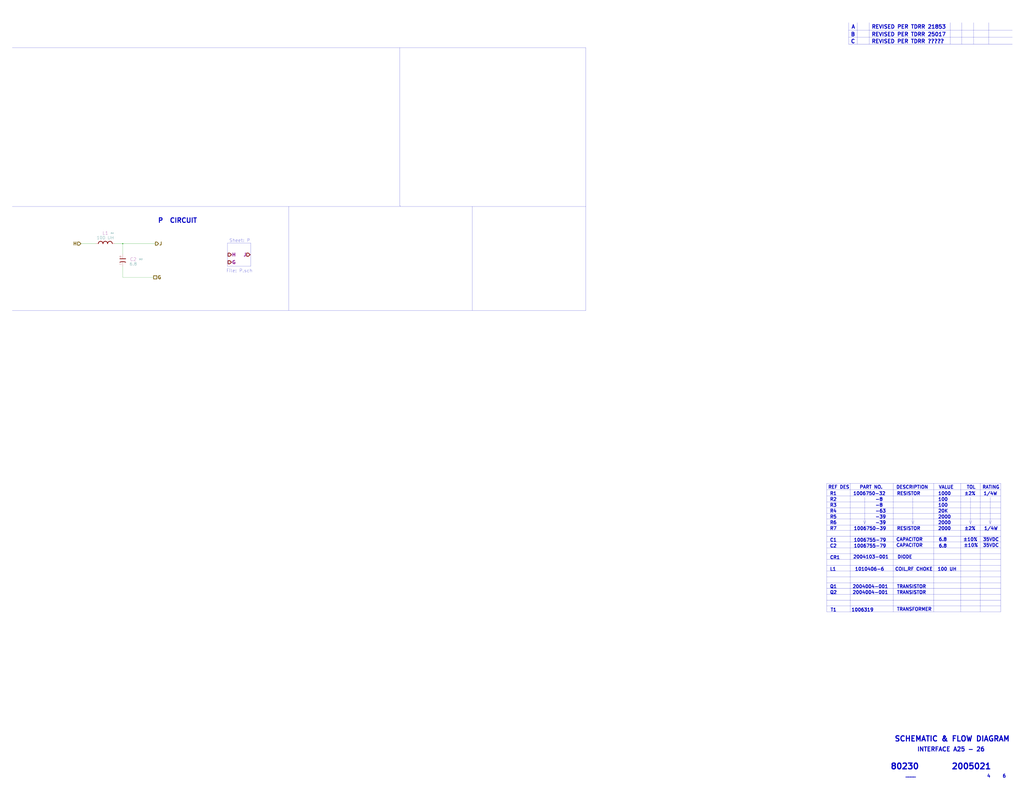
<source format=kicad_sch>
(kicad_sch (version 20211123) (generator eeschema)
  (paper "E")
  (lib_symbols
    (symbol "AGC_DSKY:Capacitor-Polarized" (pin_numbers hide) (pin_names (offset 0) hide)
      (property "Reference" "C" (at 4.445 5.08 0))
      (symbol "Capacitor-Polarized_0_0"
        (text "+" (at -2.54 4.445 0) (effects (font (size 3.556 3.556))))
        (text "-" (at -2.54 -3.81 0) (effects (font (size 3.556 3.556))))
      )
      (symbol "Capacitor-Polarized_0_1"
        (polyline (pts (xy -3.175 1.905) (xy 3.175 1.905)) (stroke (width 0.762)))
        (arc (start 3.175 -1.905) (mid 0 -1.2173) (end -3.175 -1.905) (stroke (width 0.762)))
      )
      (symbol "Capacitor-Polarized_1_1"
        (pin passive line (at 0 6.985 270) (length 5.08) (name "1") (number "1"))
        (pin passive line (at 0 -6.35 90) (length 5.08) (name "2") (number "2"))
      )
    )
    (symbol "AGC_DSKY:HierBody" (pin_numbers hide) (pin_names (offset 0) hide)
      (symbol "HierBody_0_1"
        (polyline (pts (xy 1.905 0) (xy -0.127 -1.778) (xy -1.905 -1.778) (xy -1.905 1.778) (xy -0.127 1.778) (xy 1.905 0)) (stroke (width 0.762)))
      )
    )
    (symbol "AGC_DSKY:Inductor" (pin_numbers hide) (pin_names (offset 0) hide)
      (property "Reference" "L" (at -1.27 5.08 0))
      (symbol "Inductor_0_1"
        (arc (start -2.54 0) (mid -5.08 2.54) (end -7.62 0) (stroke (width 0.762)))
        (arc (start 2.54 0) (mid 0 2.54) (end -2.54 0) (stroke (width 0.762)))
        (arc (start 7.62 0) (mid 5.08 2.54) (end 2.54 0) (stroke (width 0.762)))
      )
      (symbol "Inductor_1_1"
        (pin passive line (at -10.16 0 0) (length 2.54) (name "1") (number "1"))
        (pin passive line (at 10.16 0 180) (length 2.54) (name "2") (number "2"))
      )
    )
  )
  (junction (at 133.985 266.065))
  (polyline (pts (xy 902.3604 554.482) (xy 1092.2254 554.482)) (stroke (width 0) (type solid)))
  (polyline (pts (xy 902.3604 573.532) (xy 1092.2254 573.532)) (stroke (width 0) (type solid)))
  (polyline (pts (xy 902.3604 591.947) (xy 1092.2254 591.947)) (stroke (width 0) (type solid)))
  (polyline (pts (xy 902.3604 566.547) (xy 1092.2254 566.547)) (stroke (width 0) (type solid)))
  (polyline (pts (xy 1049.8074 48.2346) (xy 1049.8074 24.7396)) (stroke (width 0.1524) (type solid)))
  (polyline (pts (xy 1019.2004 527.812) (xy 1019.2004 668.147)) (stroke (width 0) (type solid)))
  (polyline (pts (xy 943.6354 543.052) (xy 943.6354 572.262)) (stroke (width 0) (type solid)))
  (polyline (pts (xy 248.285 265.43) (xy 248.285 290.83)) (stroke (width 0) (type solid)))
  (polyline (pts (xy 436.88 224.79) (xy 436.88 225.425)))
  (polyline (pts (xy 13.335 225.425) (xy 639.445 225.425)) (stroke (width 0) (type solid)))
  (wire (pts (xy 133.985 277.495) (xy 133.985 266.065)))
  (polyline (pts (xy 1104.9 48.26) (xy 926.084 48.26)) (stroke (width 0.1524) (type solid)))
  (polyline (pts (xy 1080.7954 572.262) (xy 1079.5254 568.452)) (stroke (width 0) (type solid)))
  (polyline (pts (xy 902.3604 527.812) (xy 1092.2254 527.812)) (stroke (width 0) (type solid)))
  (polyline (pts (xy 1080.7954 543.052) (xy 1080.7954 572.262)) (stroke (width 0) (type solid)))
  (polyline (pts (xy 436.245 52.07) (xy 436.245 224.79)) (stroke (width 0) (type solid)))
  (wire (pts (xy 133.985 266.065) (xy 169.545 266.065)))
  (polyline (pts (xy 902.3604 668.147) (xy 1092.2254 668.147)) (stroke (width 0) (type solid)))
  (polyline (pts (xy 1104.9 33.02) (xy 926.1094 33.02)) (stroke (width 0.1524) (type solid)))
  (polyline (pts (xy 902.3604 655.447) (xy 1092.2254 655.447)) (stroke (width 0) (type solid)))
  (wire (pts (xy 133.985 290.83) (xy 133.985 302.895)))
  (polyline (pts (xy 1092.2254 534.797) (xy 902.3604 534.797)) (stroke (width 0) (type solid)))
  (polyline (pts (xy 248.285 290.83) (xy 273.685 290.83)) (stroke (width 0) (type solid)))
  (polyline (pts (xy 927.7604 527.812) (xy 927.7604 668.147)) (stroke (width 0) (type solid)))
  (wire (pts (xy 133.985 302.895) (xy 167.64 302.895)))
  (polyline (pts (xy 1060.4754 568.452) (xy 1059.2054 572.262)) (stroke (width 0) (type solid)))
  (polyline (pts (xy 1092.2254 623.697) (xy 902.3604 623.697)) (stroke (width 0) (type solid)))
  (polyline (pts (xy 273.685 290.83) (xy 273.685 265.43)) (stroke (width 0) (type solid)))
  (polyline (pts (xy 1070.0004 527.812) (xy 1070.0004 668.147)) (stroke (width 0) (type solid)))
  (polyline (pts (xy 13.335 52.07) (xy 639.445 52.07)) (stroke (width 0) (type solid)))
  (polyline (pts (xy 996.3404 572.262) (xy 995.0704 568.452)) (stroke (width 0) (type solid)))
  (polyline (pts (xy 902.3604 579.247) (xy 1092.2254 579.247)) (stroke (width 0) (type solid)))
  (polyline (pts (xy 1104.9 40.64) (xy 926.1094 40.64)) (stroke (width 0.1524) (type solid)))
  (polyline (pts (xy 13.335 339.09) (xy 639.445 339.09)) (stroke (width 0) (type solid)))
  (polyline (pts (xy 902.3604 604.647) (xy 1092.2254 604.647)) (stroke (width 0) (type solid)))
  (polyline (pts (xy 902.3604 642.747) (xy 1092.2254 642.747)) (stroke (width 0) (type solid)))
  (polyline (pts (xy 902.3604 630.047) (xy 1092.2254 630.047)) (stroke (width 0) (type solid)))
  (polyline (pts (xy 1059.2054 543.052) (xy 1059.2054 572.262)) (stroke (width 0) (type solid)))
  (polyline (pts (xy 273.685 265.43) (xy 248.285 265.43)) (stroke (width 0) (type solid)))
  (polyline (pts (xy 974.7504 527.812) (xy 974.7504 668.147)) (stroke (width 0) (type solid)))
  (polyline (pts (xy 997.6104 568.452) (xy 996.3404 572.262)) (stroke (width 0) (type solid)))
  (polyline (pts (xy 1092.2254 610.997) (xy 902.3604 610.997)) (stroke (width 0) (type solid)))
  (polyline (pts (xy 902.3604 617.347) (xy 1092.2254 617.347)) (stroke (width 0) (type solid)))
  (polyline (pts (xy 902.3604 585.597) (xy 1092.2254 585.597)) (stroke (width 0) (type solid)))
  (polyline (pts (xy 902.3604 541.782) (xy 1092.2254 541.782)) (stroke (width 0) (type solid)))
  (polyline (pts (xy 902.3604 527.812) (xy 902.3604 668.147)) (stroke (width 0) (type solid)))
  (polyline (pts (xy 1092.2254 560.832) (xy 902.3604 560.832)) (stroke (width 0) (type solid)))
  (polyline (pts (xy 943.6354 572.262) (xy 942.3654 568.452)) (stroke (width 0) (type solid)))
  (polyline (pts (xy 996.3404 543.052) (xy 996.3404 572.262)) (stroke (width 0) (type solid)))
  (polyline (pts (xy 1092.2254 636.397) (xy 902.3604 636.397)) (stroke (width 0) (type solid)))
  (polyline (pts (xy 1092.2254 649.097) (xy 902.3604 649.097)) (stroke (width 0) (type solid)))
  (polyline (pts (xy 948.69 48.2346) (xy 948.69 24.7396)) (stroke (width 0.1524) (type solid)))
  (polyline (pts (xy 1092.2254 661.797) (xy 902.3604 661.797)) (stroke (width 0) (type solid)))
  (polyline (pts (xy 1048.4104 527.812) (xy 1048.4104 668.147)) (stroke (width 0) (type solid)))
  (polyline (pts (xy 935.7106 48.26) (xy 935.7106 24.765)) (stroke (width 0.1524) (type solid)))
  (polyline (pts (xy 1092.2254 598.297) (xy 902.3604 598.297)) (stroke (width 0) (type solid)))
  (polyline (pts (xy 515.62 225.425) (xy 515.62 339.09)) (stroke (width 0) (type solid)))
  (polyline (pts (xy 1078.992 48.2346) (xy 1078.992 24.7396)) (stroke (width 0.1524) (type solid)))
  (wire (pts (xy 104.775 266.065) (xy 88.265 266.065)))
  (polyline (pts (xy 1062.5074 48.2346) (xy 1062.5074 24.7396)) (stroke (width 0.1524) (type solid)))
  (polyline (pts (xy 436.245 224.79) (xy 436.88 224.79)))
  (polyline (pts (xy 1059.2054 572.262) (xy 1057.9354 568.452)) (stroke (width 0) (type solid)))
  (polyline (pts (xy 1092.2254 548.132) (xy 902.3604 548.132)) (stroke (width 0) (type solid)))
  (polyline (pts (xy 1092.2254 527.812) (xy 1092.2254 668.147)) (stroke (width 0) (type solid)))
  (polyline (pts (xy 944.9054 568.452) (xy 943.6354 572.262)) (stroke (width 0) (type solid)))
  (polyline (pts (xy 1037.1074 48.2346) (xy 1037.1074 24.7396)) (stroke (width 0.1524) (type solid)))
  (wire (pts (xy 125.095 266.065) (xy 133.985 266.065)))
  (polyline (pts (xy 926.1094 48.26) (xy 926.1094 24.765)) (stroke (width 0.1524) (type solid)))
  (polyline (pts (xy 314.96 225.425) (xy 314.96 339.09)) (stroke (width 0) (type solid)))
  (polyline (pts (xy 1082.0654 568.452) (xy 1080.7954 572.262)) (stroke (width 0) (type solid)))
  (polyline (pts (xy 639.445 52.07) (xy 639.445 339.09)) (stroke (width 0) (type solid)))
  (text "100" (at 1023.6454 553.847 0) (effects (font (size 3.556 3.556) (thickness 0.7112) bold) (justify left bottom)))
  (text "L1" (at 905.5354 623.697 0) (effects (font (size 3.556 3.556) (thickness 0.7112) bold) (justify left bottom)))
  (text "TOL" (at 1054.7604 534.162 0) (effects (font (size 3.556 3.556) (thickness 0.7112) bold) (justify left bottom)))
  (text "P  CIRCUIT" (at 172.085 243.84 0) (effects (font (size 5.08 5.08) (thickness 1.016) bold) (justify left bottom)))
  (text "±10%" (at 1051.5854 597.662 0) (effects (font (size 3.556 3.556) (thickness 0.7112) bold) (justify left bottom)))
  (text "T1" (at 906.1704 668.147 0) (effects (font (size 3.556 3.556) (thickness 0.7112) bold) (justify left bottom)))
  (text "±2%" (at 1052.2204 541.147 0) (effects (font (size 3.556 3.556) (thickness 0.7112) bold) (justify left bottom)))
  (text "1006750-39" (at 931.5704 579.247 0) (effects (font (size 3.556 3.556) (thickness 0.7112) bold) (justify left bottom)))
  (text "1000" (at 1023.6454 541.147 0) (effects (font (size 3.556 3.556) (thickness 0.7112) bold) (justify left bottom)))
  (text "DESCRIPTION" (at 977.9254 534.162 0) (effects (font (size 3.556 3.556) (thickness 0.7112) bold) (justify left bottom)))
  (text "R6" (at 905.5354 572.897 0) (effects (font (size 3.556 3.556) (thickness 0.7112) bold) (justify left bottom)))
  (text "4     6" (at 1076.96 849.63 0) (effects (font (size 3.556 3.556) (thickness 0.7112) bold) (justify left bottom)))
  (text "1006755-79" (at 931.5704 591.947 0) (effects (font (size 3.556 3.556) (thickness 0.7112) bold) (justify left bottom)))
  (text "2000" (at 1023.6454 566.547 0) (effects (font (size 3.556 3.556) (thickness 0.7112) bold) (justify left bottom)))
  (text "6.8" (at 1024.2804 591.312 0) (effects (font (size 3.556 3.556) (thickness 0.7112) bold) (justify left bottom)))
  (text "1010406-6" (at 932.8404 623.697 0) (effects (font (size 3.556 3.556) (thickness 0.7112) bold) (justify left bottom)))
  (text "1006755-79" (at 931.5704 598.297 0) (effects (font (size 3.556 3.556) (thickness 0.7112) bold) (justify left bottom)))
  (text "-63" (at 955.0654 560.197 0) (effects (font (size 3.556 3.556) (thickness 0.7112) bold) (justify left bottom)))
  (text "SCHEMATIC & FLOW DIAGRAM" (at 975.995 810.26 0) (effects (font (size 5.715 5.715) (thickness 1.143) bold) (justify left bottom)))
  (text "100" (at 1023.6454 547.497 0) (effects (font (size 3.556 3.556) (thickness 0.7112) bold) (justify left bottom)))
  (text "PART NO." (at 937.9204 534.162 0) (effects (font (size 3.556 3.556) (thickness 0.7112) bold) (justify left bottom)))
  (text "REF DES" (at 903.6304 534.162 0) (effects (font (size 3.556 3.556) (thickness 0.7112) bold) (justify left bottom)))
  (text "-8" (at 955.0654 547.497 0) (effects (font (size 3.556 3.556) (thickness 0.7112) bold) (justify left bottom)))
  (text "35VDC" (at 1072.5404 591.312 0) (effects (font (size 3.556 3.556) (thickness 0.7112) bold) (justify left bottom)))
  (text "RATING" (at 1071.9054 534.162 0) (effects (font (size 3.556 3.556) (thickness 0.7112) bold) (justify left bottom)))
  (text "____" (at 988.06 848.995 0) (effects (font (size 3.556 3.556) (thickness 0.7112) bold) (justify left bottom)))
  (text "-39" (at 955.0654 572.897 0) (effects (font (size 3.556 3.556) (thickness 0.7112) bold) (justify left bottom)))
  (text "RESISTOR" (at 978.5604 541.147 0) (effects (font (size 3.556 3.556) (thickness 0.7112) bold) (justify left bottom)))
  (text "A      REVISED PER TDRR 21853" (at 929.005 31.75 0) (effects (font (size 4.064 4.064) (thickness 0.8128) bold) (justify left bottom)))
  (text "C2" (at 905.5354 598.297 0) (effects (font (size 3.556 3.556) (thickness 0.7112) bold) (justify left bottom)))
  (text "B      REVISED PER TDRR 25017" (at 928.37 40.005 0) (effects (font (size 4.064 4.064) (thickness 0.8128) bold) (justify left bottom)))
  (text "R4" (at 905.5354 560.197 0) (effects (font (size 3.556 3.556) (thickness 0.7112) bold) (justify left bottom)))
  (text "-8" (at 955.0654 553.847 0) (effects (font (size 3.556 3.556) (thickness 0.7112) bold) (justify left bottom)))
  (text "1/4W" (at 1073.8104 579.247 0) (effects (font (size 3.556 3.556) (thickness 0.7112) bold) (justify left bottom)))
  (text "Q1" (at 905.5354 642.747 0) (effects (font (size 3.556 3.556) (thickness 0.7112) bold) (justify left bottom)))
  (text "TRANSISTOR" (at 978.5604 649.097 0) (effects (font (size 3.556 3.556) (thickness 0.7112) bold) (justify left bottom)))
  (text "35VDC" (at 1072.5404 597.662 0) (effects (font (size 3.556 3.556) (thickness 0.7112) bold) (justify left bottom)))
  (text "C      REVISED PER TDRR ?????" (at 928.37 47.625 0) (effects (font (size 4.064 4.064) (thickness 0.8128) bold) (justify left bottom)))
  (text "R7" (at 905.5354 579.247 0) (effects (font (size 3.556 3.556) (thickness 0.7112) bold) (justify left bottom)))
  (text "-39" (at 955.0654 566.547 0) (effects (font (size 3.556 3.556) (thickness 0.7112) bold) (justify left bottom)))
  (text "CAPACITOR" (at 977.9254 591.312 0) (effects (font (size 3.556 3.556) (thickness 0.7112) bold) (justify left bottom)))
  (text "100 UH" (at 1023.0104 623.697 0) (effects (font (size 3.556 3.556) (thickness 0.7112) bold) (justify left bottom)))
  (text "COIL,RF CHOKE" (at 976.6554 623.697 0) (effects (font (size 3.556 3.556) (thickness 0.7112) bold) (justify left bottom)))
  (text "1006750-32" (at 930.9354 541.147 0) (effects (font (size 3.556 3.556) (thickness 0.7112) bold) (justify left bottom)))
  (text "R5" (at 905.5354 566.547 0) (effects (font (size 3.556 3.556) (thickness 0.7112) bold) (justify left bottom)))
  (text "20K" (at 1023.6454 560.197 0) (effects (font (size 3.556 3.556) (thickness 0.7112) bold) (justify left bottom)))
  (text "2000" (at 1023.6454 572.897 0) (effects (font (size 3.556 3.556) (thickness 0.7112) bold) (justify left bottom)))
  (text "RESISTOR" (at 978.5604 579.247 0) (effects (font (size 3.556 3.556) (thickness 0.7112) bold) (justify left bottom)))
  (text "2004004-001" (at 930.3004 642.747 0) (effects (font (size 3.556 3.556) (thickness 0.7112) bold) (justify left bottom)))
  (text "CAPACITOR" (at 977.9254 597.662 0) (effects (font (size 3.556 3.556) (thickness 0.7112) bold) (justify left bottom)))
  (text "2000" (at 1023.6454 579.247 0) (effects (font (size 3.556 3.556) (thickness 0.7112) bold) (justify left bottom)))
  (text "INTERFACE A25 - 26" (at 1000.76 821.055 0) (effects (font (size 4.572 4.572) (thickness 0.9144) bold) (justify left bottom)))
  (text "R3" (at 905.5354 553.847 0) (effects (font (size 3.556 3.556) (thickness 0.7112) bold) (justify left bottom)))
  (text "R1" (at 905.5354 541.147 0) (effects (font (size 3.556 3.556) (thickness 0.7112) bold) (justify left bottom)))
  (text "Sheet: P" (at 273.05 264.795 180) (effects (font (size 3.556 3.556)) (justify right bottom)))
  (text "80230" (at 971.55 840.74 0) (effects (font (size 6.35 6.35) (thickness 1.27) bold) (justify left bottom)))
  (text "±2%" (at 1052.2204 579.247 0) (effects (font (size 3.556 3.556) (thickness 0.7112) bold) (justify left bottom)))
  (text "File: P.sch" (at 275.59 297.815 180) (effects (font (size 3.556 3.556)) (justify right bottom)))
  (text "2004004-001" (at 930.3004 649.097 0) (effects (font (size 3.556 3.556) (thickness 0.7112) bold) (justify left bottom)))
  (text "±10%" (at 1050.9504 591.312 0) (effects (font (size 3.556 3.556) (thickness 0.7112) bold) (justify left bottom)))
  (text "6.8" (at 1024.2804 598.297 0) (effects (font (size 3.556 3.556) (thickness 0.7112) bold) (justify left bottom)))
  (text "R2" (at 905.5354 547.497 0) (effects (font (size 3.556 3.556) (thickness 0.7112) bold) (justify left bottom)))
  (text "TRANSFORMER" (at 978.5604 667.512 0) (effects (font (size 3.556 3.556) (thickness 0.7112) bold) (justify left bottom)))
  (text "CR1" (at 905.5354 610.997 0) (effects (font (size 3.556 3.556) (thickness 0.7112) bold) (justify left bottom)))
  (text "C1" (at 905.5354 591.947 0) (effects (font (size 3.556 3.556) (thickness 0.7112) bold) (justify left bottom)))
  (text "DIODE" (at 979.1954 610.362 0) (effects (font (size 3.556 3.556) (thickness 0.7112) bold) (justify left bottom)))
  (text "Q2" (at 905.5354 649.097 0) (effects (font (size 3.556 3.556) (thickness 0.7112) bold) (justify left bottom)))
  (text "2005021" (at 1038.225 840.74 0) (effects (font (size 6.35 6.35) (thickness 1.27) bold) (justify left bottom)))
  (text "2004103-001" (at 930.9354 610.362 0) (effects (font (size 3.556 3.556) (thickness 0.7112) bold) (justify left bottom)))
  (text "1/4W" (at 1073.1754 541.147 0) (effects (font (size 3.556 3.556) (thickness 0.7112) bold) (justify left bottom)))
  (text "VALUE" (at 1024.2804 534.162 0) (effects (font (size 3.556 3.556) (thickness 0.7112) bold) (justify left bottom)))
  (text "TRANSISTOR" (at 978.5604 642.747 0) (effects (font (size 3.556 3.556) (thickness 0.7112) bold) (justify left bottom)))
  (text "1006319" (at 929.0304 668.147 0) (effects (font (size 3.556 3.556) (thickness 0.7112) bold) (justify left bottom)))
  (hierarchical_label "G" (shape passive) (at 167.64 302.895 0) (effects (font (size 3.556 3.556) (thickness 0.7112) bold)))
  (hierarchical_label "J" (shape output) (at 169.545 266.065 0) (effects (font (size 3.556 3.556) (thickness 0.7112) bold)))
  (hierarchical_label "H" (shape input) (at 88.265 266.065 180) (effects (font (size 3.556 3.556) (thickness 0.7112) bold)))
  (symbol (lib_id "AGC_DSKY:Inductor") (at 114.935 266.065 0)
    (property "Reference" "2L1" (at 122.555 254.635 0))
    (property "Value" "100 UH" (at 114.935 259.715 0) (effects (font (size 3.302 3.302))))
    (property "baseRefd" "L1" (at 114.935 254.635 0) (effects (font (size 3.556 3.556))))
  )
  (symbol (lib_id "AGC_DSKY:Capacitor-Polarized") (at 133.985 284.48 0)
    (property "Reference" "2C2" (at 153.67 283.21 0))
    (property "Value" "6.8" (at 145.415 288.29 0) (effects (font (size 3.302 3.302))))
    (property "baseRefd" "C2" (at 145.415 283.21 0) (effects (font (size 3.556 3.556))))
  )
  (symbol (lib_id "AGC_DSKY:HierBody") (at 250.825 278.13 0)
    (property "Reference" "N201" (effects hide))
    (property "Value" "HierBody" (effects hide))
    (property "Caption2" "H" (at 255.27 278.13 0) (effects (font (size 3.556 3.556) bold)))
  )
  (symbol (lib_id "AGC_DSKY:HierBody") (at 250.825 286.385 0)
    (property "Reference" "N202" (effects hide))
    (property "Value" "HierBody" (effects hide))
    (property "Caption2" "G" (at 255.27 286.385 0) (effects (font (size 3.556 3.556) bold)))
  )
  (symbol (lib_id "AGC_DSKY:HierBody") (at 271.145 278.13 0)
    (property "Reference" "N203" (effects hide))
    (property "Value" "HierBody" (effects hide))
    (property "Caption2" "J" (at 267.335 278.13 0) (effects (font (size 3.556 3.556) bold)))
  )
)
</source>
